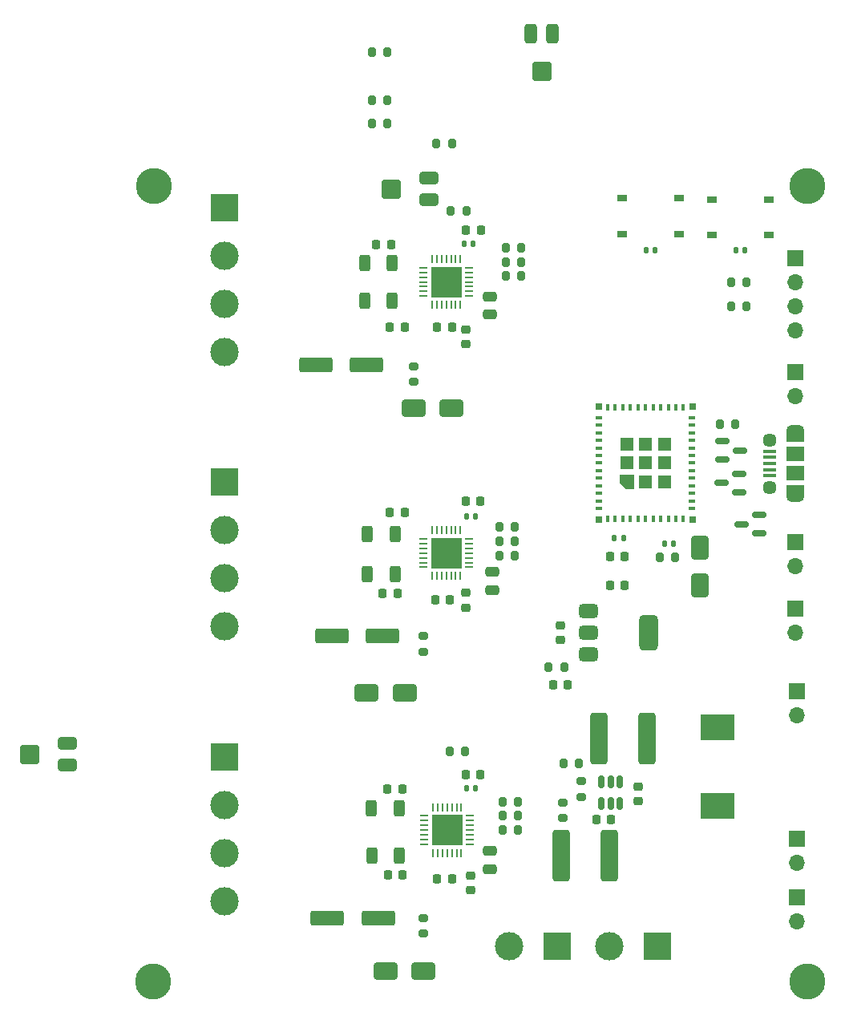
<source format=gbr>
%TF.GenerationSoftware,KiCad,Pcbnew,9.0.0*%
%TF.CreationDate,2025-05-08T17:49:57-07:00*%
%TF.ProjectId,Motor_Controller_Board_v1,4d6f746f-725f-4436-9f6e-74726f6c6c65,v1*%
%TF.SameCoordinates,Original*%
%TF.FileFunction,Soldermask,Top*%
%TF.FilePolarity,Negative*%
%FSLAX46Y46*%
G04 Gerber Fmt 4.6, Leading zero omitted, Abs format (unit mm)*
G04 Created by KiCad (PCBNEW 9.0.0) date 2025-05-08 17:49:57*
%MOMM*%
%LPD*%
G01*
G04 APERTURE LIST*
G04 Aperture macros list*
%AMRoundRect*
0 Rectangle with rounded corners*
0 $1 Rounding radius*
0 $2 $3 $4 $5 $6 $7 $8 $9 X,Y pos of 4 corners*
0 Add a 4 corners polygon primitive as box body*
4,1,4,$2,$3,$4,$5,$6,$7,$8,$9,$2,$3,0*
0 Add four circle primitives for the rounded corners*
1,1,$1+$1,$2,$3*
1,1,$1+$1,$4,$5*
1,1,$1+$1,$6,$7*
1,1,$1+$1,$8,$9*
0 Add four rect primitives between the rounded corners*
20,1,$1+$1,$2,$3,$4,$5,0*
20,1,$1+$1,$4,$5,$6,$7,0*
20,1,$1+$1,$6,$7,$8,$9,0*
20,1,$1+$1,$8,$9,$2,$3,0*%
%AMFreePoly0*
4,1,6,0.725000,-0.725000,-0.725000,-0.725000,-0.725000,0.125000,-0.125000,0.725000,0.725000,0.725000,0.725000,-0.725000,0.725000,-0.725000,$1*%
G04 Aperture macros list end*
%ADD10RoundRect,0.225000X-0.225000X-0.250000X0.225000X-0.250000X0.225000X0.250000X-0.225000X0.250000X0*%
%ADD11RoundRect,0.200000X-0.200000X-0.275000X0.200000X-0.275000X0.200000X0.275000X-0.200000X0.275000X0*%
%ADD12RoundRect,0.250000X-0.400000X-0.750000X0.400000X-0.750000X0.400000X0.750000X-0.400000X0.750000X0*%
%ADD13RoundRect,0.250000X-0.750000X-0.750000X0.750000X-0.750000X0.750000X0.750000X-0.750000X0.750000X0*%
%ADD14RoundRect,0.250000X-0.750000X0.400000X-0.750000X-0.400000X0.750000X-0.400000X0.750000X0.400000X0*%
%ADD15RoundRect,0.250000X-0.750000X0.750000X-0.750000X-0.750000X0.750000X-0.750000X0.750000X0.750000X0*%
%ADD16RoundRect,0.140000X0.140000X0.170000X-0.140000X0.170000X-0.140000X-0.170000X0.140000X-0.170000X0*%
%ADD17RoundRect,0.225000X-0.250000X0.225000X-0.250000X-0.225000X0.250000X-0.225000X0.250000X0.225000X0*%
%ADD18RoundRect,0.250000X-0.475000X0.250000X-0.475000X-0.250000X0.475000X-0.250000X0.475000X0.250000X0*%
%ADD19RoundRect,0.250000X1.500000X0.550000X-1.500000X0.550000X-1.500000X-0.550000X1.500000X-0.550000X0*%
%ADD20RoundRect,0.150000X0.587500X0.150000X-0.587500X0.150000X-0.587500X-0.150000X0.587500X-0.150000X0*%
%ADD21RoundRect,0.150000X-0.587500X-0.150000X0.587500X-0.150000X0.587500X0.150000X-0.587500X0.150000X0*%
%ADD22RoundRect,0.200000X-0.275000X0.200000X-0.275000X-0.200000X0.275000X-0.200000X0.275000X0.200000X0*%
%ADD23RoundRect,0.200000X0.200000X0.275000X-0.200000X0.275000X-0.200000X-0.275000X0.200000X-0.275000X0*%
%ADD24RoundRect,0.250000X0.312500X0.625000X-0.312500X0.625000X-0.312500X-0.625000X0.312500X-0.625000X0*%
%ADD25R,0.400000X0.800000*%
%ADD26R,0.800000X0.400000*%
%ADD27FreePoly0,90.000000*%
%ADD28R,1.450000X1.450000*%
%ADD29R,0.700000X0.700000*%
%ADD30RoundRect,0.062500X0.062500X-0.387500X0.062500X0.387500X-0.062500X0.387500X-0.062500X-0.387500X0*%
%ADD31RoundRect,0.062500X0.387500X-0.062500X0.387500X0.062500X-0.387500X0.062500X-0.387500X-0.062500X0*%
%ADD32R,3.250000X3.250000*%
%ADD33R,1.000000X0.750000*%
%ADD34RoundRect,0.225000X0.225000X0.250000X-0.225000X0.250000X-0.225000X-0.250000X0.225000X-0.250000X0*%
%ADD35R,3.000000X3.000000*%
%ADD36C,3.000000*%
%ADD37RoundRect,0.250000X0.650000X-1.000000X0.650000X1.000000X-0.650000X1.000000X-0.650000X-1.000000X0*%
%ADD38RoundRect,0.225000X0.250000X-0.225000X0.250000X0.225000X-0.250000X0.225000X-0.250000X-0.225000X0*%
%ADD39R,1.700000X1.700000*%
%ADD40O,1.700000X1.700000*%
%ADD41C,3.800000*%
%ADD42RoundRect,0.250000X0.650000X2.450000X-0.650000X2.450000X-0.650000X-2.450000X0.650000X-2.450000X0*%
%ADD43RoundRect,0.218750X0.218750X0.256250X-0.218750X0.256250X-0.218750X-0.256250X0.218750X-0.256250X0*%
%ADD44RoundRect,0.140000X-0.140000X-0.170000X0.140000X-0.170000X0.140000X0.170000X-0.140000X0.170000X0*%
%ADD45RoundRect,0.250000X1.000000X0.650000X-1.000000X0.650000X-1.000000X-0.650000X1.000000X-0.650000X0*%
%ADD46RoundRect,0.200000X0.275000X-0.200000X0.275000X0.200000X-0.275000X0.200000X-0.275000X-0.200000X0*%
%ADD47R,3.600000X2.700000*%
%ADD48R,1.350000X0.400000*%
%ADD49O,1.900000X1.200000*%
%ADD50R,1.900000X1.200000*%
%ADD51C,1.450000*%
%ADD52R,1.900000X1.500000*%
%ADD53RoundRect,0.375000X-0.625000X-0.375000X0.625000X-0.375000X0.625000X0.375000X-0.625000X0.375000X0*%
%ADD54RoundRect,0.500000X-0.500000X-1.400000X0.500000X-1.400000X0.500000X1.400000X-0.500000X1.400000X0*%
%ADD55RoundRect,0.150000X-0.150000X0.512500X-0.150000X-0.512500X0.150000X-0.512500X0.150000X0.512500X0*%
%ADD56RoundRect,0.250000X-1.000000X-0.650000X1.000000X-0.650000X1.000000X0.650000X-1.000000X0.650000X0*%
G04 APERTURE END LIST*
D10*
%TO.C,C424*%
X147775000Y-114200000D03*
X146225000Y-114200000D03*
%TD*%
D11*
%TO.C,R412*%
X146350000Y-66000000D03*
X148000000Y-66000000D03*
%TD*%
%TO.C,R407*%
X147750000Y-130200000D03*
X149400000Y-130200000D03*
%TD*%
D12*
%TO.C,RV403*%
X156325000Y-54400000D03*
D13*
X157475000Y-58400000D03*
D12*
X158625000Y-54400000D03*
%TD*%
D14*
%TO.C,RV402*%
X107400000Y-129350000D03*
D15*
X103400000Y-130500000D03*
D14*
X107400000Y-131650000D03*
%TD*%
%TO.C,RV401*%
X145600000Y-69650000D03*
D15*
X141600000Y-70800000D03*
D14*
X145600000Y-71950000D03*
%TD*%
D11*
%TO.C,R424*%
X139520000Y-63920000D03*
X141170000Y-63920000D03*
%TD*%
%TO.C,R419*%
X139520000Y-61410000D03*
X141170000Y-61410000D03*
%TD*%
%TO.C,R409*%
X139520000Y-56390000D03*
X141170000Y-56390000D03*
%TD*%
D16*
%TO.C,C409*%
X150480000Y-134100000D03*
X149520000Y-134100000D03*
%TD*%
D10*
%TO.C,C410*%
X149450000Y-132620000D03*
X151000000Y-132620000D03*
%TD*%
D17*
%TO.C,C403*%
X149500000Y-85620000D03*
X149500000Y-87170000D03*
%TD*%
%TO.C,C411*%
X150000000Y-143325000D03*
X150000000Y-144875000D03*
%TD*%
D18*
%TO.C,C404*%
X152000000Y-82170000D03*
X152000000Y-84070000D03*
%TD*%
D10*
%TO.C,C405*%
X141450000Y-85370000D03*
X143000000Y-85370000D03*
%TD*%
%TO.C,C406*%
X140005000Y-76680000D03*
X141555000Y-76680000D03*
%TD*%
D19*
%TO.C,C407*%
X139000000Y-89370000D03*
X133600000Y-89370000D03*
%TD*%
D18*
%TO.C,C412*%
X152000000Y-140720000D03*
X152000000Y-142620000D03*
%TD*%
D10*
%TO.C,C408*%
X146450000Y-85370000D03*
X148000000Y-85370000D03*
%TD*%
D20*
%TO.C,D301*%
X178325000Y-102800000D03*
X178325000Y-100900000D03*
X176450000Y-101850000D03*
%TD*%
D21*
%TO.C,D302*%
X176575000Y-97450000D03*
X176575000Y-99350000D03*
X178450000Y-98400000D03*
%TD*%
D20*
%TO.C,D304*%
X180450000Y-107150000D03*
X180450000Y-105250000D03*
X178575000Y-106200000D03*
%TD*%
D11*
%TO.C,R401*%
X147865000Y-73090000D03*
X149515000Y-73090000D03*
%TD*%
D22*
%TO.C,R402*%
X144000000Y-89545000D03*
X144000000Y-91195000D03*
%TD*%
D23*
%TO.C,R403*%
X155325000Y-78500000D03*
X153675000Y-78500000D03*
%TD*%
D22*
%TO.C,R410*%
X145000000Y-147795000D03*
X145000000Y-149445000D03*
%TD*%
D23*
%TO.C,R411*%
X155000000Y-137000000D03*
X153350000Y-137000000D03*
%TD*%
D24*
%TO.C,R404*%
X141712500Y-78620000D03*
X138787500Y-78620000D03*
%TD*%
%TO.C,R405*%
X141712500Y-82620000D03*
X138787500Y-82620000D03*
%TD*%
D23*
%TO.C,R406*%
X155325000Y-79980000D03*
X153675000Y-79980000D03*
%TD*%
D24*
%TO.C,R413*%
X142437500Y-136200000D03*
X139512500Y-136200000D03*
%TD*%
D23*
%TO.C,R408*%
X155325000Y-77000000D03*
X153675000Y-77000000D03*
%TD*%
D22*
%TO.C,R417*%
X145000000Y-118000000D03*
X145000000Y-119650000D03*
%TD*%
D23*
%TO.C,R418*%
X154650000Y-108000000D03*
X153000000Y-108000000D03*
%TD*%
D24*
%TO.C,R420*%
X142000000Y-107210000D03*
X139075000Y-107210000D03*
%TD*%
%TO.C,R421*%
X142000000Y-111500000D03*
X139075000Y-111500000D03*
%TD*%
D23*
%TO.C,R422*%
X154650000Y-109500000D03*
X153000000Y-109500000D03*
%TD*%
%TO.C,R423*%
X154650000Y-106500000D03*
X153000000Y-106500000D03*
%TD*%
D25*
%TO.C,U301*%
X164450000Y-105650000D03*
X165250000Y-105650000D03*
X166050000Y-105650000D03*
X166850000Y-105650000D03*
X167650000Y-105650000D03*
X168450000Y-105650000D03*
X169250000Y-105650000D03*
X170050000Y-105650000D03*
X170850000Y-105650000D03*
X171650000Y-105650000D03*
X172450000Y-105650000D03*
D26*
X173350000Y-104550000D03*
X173350000Y-103750000D03*
X173350000Y-102950000D03*
X173350000Y-102150000D03*
X173350000Y-101350000D03*
X173350000Y-100550000D03*
X173350000Y-99750000D03*
X173350000Y-98950000D03*
X173350000Y-98150000D03*
X173350000Y-97350000D03*
X173350000Y-96550000D03*
X173350000Y-95750000D03*
X173350000Y-94950000D03*
D25*
X172450000Y-93850000D03*
X171650000Y-93850000D03*
X170850000Y-93850000D03*
X170050000Y-93850000D03*
X169250000Y-93850000D03*
X168450000Y-93850000D03*
X167650000Y-93850000D03*
X166850000Y-93850000D03*
X166050000Y-93850000D03*
X165250000Y-93850000D03*
X164450000Y-93850000D03*
D26*
X163550000Y-94950000D03*
X163550000Y-95750000D03*
X163550000Y-96550000D03*
X163550000Y-97350000D03*
X163550000Y-98150000D03*
X163550000Y-98950000D03*
X163550000Y-99750000D03*
X163550000Y-100550000D03*
X163550000Y-101350000D03*
X163550000Y-102150000D03*
X163550000Y-102950000D03*
X163550000Y-103750000D03*
X163550000Y-104550000D03*
D27*
X166475000Y-101725000D03*
D28*
X168450000Y-101725000D03*
X170425000Y-101725000D03*
X166475000Y-99750000D03*
X168450000Y-99750000D03*
X170425000Y-99750000D03*
X166475000Y-97775000D03*
X168450000Y-97775000D03*
X170425000Y-97775000D03*
D29*
X163500000Y-93800000D03*
X173400000Y-93800000D03*
X173400000Y-105700000D03*
X163500000Y-105700000D03*
%TD*%
D30*
%TO.C,U401*%
X145900000Y-83020000D03*
X146400000Y-83020000D03*
X146900000Y-83020000D03*
X147400000Y-83020000D03*
X147900000Y-83020000D03*
X148400000Y-83020000D03*
X148900000Y-83020000D03*
D31*
X149800000Y-82120000D03*
X149800000Y-81620000D03*
X149800000Y-81120000D03*
X149800000Y-80620000D03*
X149800000Y-80120000D03*
X149800000Y-79620000D03*
X149800000Y-79120000D03*
D30*
X148900000Y-78220000D03*
X148400000Y-78220000D03*
X147900000Y-78220000D03*
X147400000Y-78220000D03*
X146900000Y-78220000D03*
X146400000Y-78220000D03*
X145900000Y-78220000D03*
D31*
X145000000Y-79120000D03*
X145000000Y-79620000D03*
X145000000Y-80120000D03*
X145000000Y-80620000D03*
X145000000Y-81120000D03*
X145000000Y-81620000D03*
X145000000Y-82120000D03*
D32*
X147400000Y-80620000D03*
%TD*%
D30*
%TO.C,U402*%
X146000000Y-140900000D03*
X146500000Y-140900000D03*
X147000000Y-140900000D03*
X147500000Y-140900000D03*
X148000000Y-140900000D03*
X148500000Y-140900000D03*
X149000000Y-140900000D03*
D31*
X149900000Y-140000000D03*
X149900000Y-139500000D03*
X149900000Y-139000000D03*
X149900000Y-138500000D03*
X149900000Y-138000000D03*
X149900000Y-137500000D03*
X149900000Y-137000000D03*
D30*
X149000000Y-136100000D03*
X148500000Y-136100000D03*
X148000000Y-136100000D03*
X147500000Y-136100000D03*
X147000000Y-136100000D03*
X146500000Y-136100000D03*
X146000000Y-136100000D03*
D31*
X145100000Y-137000000D03*
X145100000Y-137500000D03*
X145100000Y-138000000D03*
X145100000Y-138500000D03*
X145100000Y-139000000D03*
X145100000Y-139500000D03*
X145100000Y-140000000D03*
D32*
X147500000Y-138500000D03*
%TD*%
D30*
%TO.C,U403*%
X145900000Y-111650000D03*
X146400000Y-111650000D03*
X146900000Y-111650000D03*
X147400000Y-111650000D03*
X147900000Y-111650000D03*
X148400000Y-111650000D03*
X148900000Y-111650000D03*
D31*
X149800000Y-110750000D03*
X149800000Y-110250000D03*
X149800000Y-109750000D03*
X149800000Y-109250000D03*
X149800000Y-108750000D03*
X149800000Y-108250000D03*
X149800000Y-107750000D03*
D30*
X148900000Y-106850000D03*
X148400000Y-106850000D03*
X147900000Y-106850000D03*
X147400000Y-106850000D03*
X146900000Y-106850000D03*
X146400000Y-106850000D03*
X145900000Y-106850000D03*
D31*
X145000000Y-107750000D03*
X145000000Y-108250000D03*
X145000000Y-108750000D03*
X145000000Y-109250000D03*
X145000000Y-109750000D03*
X145000000Y-110250000D03*
X145000000Y-110750000D03*
D32*
X147400000Y-109250000D03*
%TD*%
D19*
%TO.C,C415*%
X140200000Y-147800000D03*
X134800000Y-147800000D03*
%TD*%
D33*
%TO.C,SW301*%
X166000000Y-71800000D03*
X172000000Y-71800000D03*
X166000000Y-75550000D03*
X172000000Y-75550000D03*
%TD*%
D34*
%TO.C,C206*%
X166225000Y-112650000D03*
X164675000Y-112650000D03*
%TD*%
D35*
%TO.C,J401*%
X124000000Y-72750000D03*
D36*
X124000000Y-77830000D03*
X124000000Y-82910000D03*
X124000000Y-87990000D03*
%TD*%
D37*
%TO.C,D303*%
X174200000Y-112650000D03*
X174200000Y-108650000D03*
%TD*%
D38*
%TO.C,C205*%
X159450000Y-118425000D03*
X159450000Y-116875000D03*
%TD*%
D39*
%TO.C,J301*%
X184275000Y-78080000D03*
D40*
X184275000Y-80620000D03*
X184275000Y-83160000D03*
X184275000Y-85700000D03*
%TD*%
D41*
%TO.C,H201*%
X116500000Y-70500000D03*
%TD*%
%TO.C,H204*%
X116420000Y-154500000D03*
%TD*%
D16*
%TO.C,C417*%
X150480000Y-105400000D03*
X149520000Y-105400000D03*
%TD*%
D41*
%TO.C,H203*%
X185500000Y-154500000D03*
%TD*%
D35*
%TO.C,J403*%
X124000000Y-101750000D03*
D36*
X124000000Y-106830000D03*
X124000000Y-111910000D03*
X124000000Y-116990000D03*
%TD*%
D39*
%TO.C,J304*%
X184275000Y-108120000D03*
D40*
X184275000Y-110660000D03*
%TD*%
D39*
%TO.C,J206*%
X184400000Y-139400000D03*
D40*
X184400000Y-141940000D03*
%TD*%
D16*
%TO.C,C401*%
X150230000Y-76620000D03*
X149270000Y-76620000D03*
%TD*%
D11*
%TO.C,R203*%
X159775000Y-131500000D03*
X161425000Y-131500000D03*
%TD*%
%TO.C,R201*%
X158210000Y-121300000D03*
X159860000Y-121300000D03*
%TD*%
D42*
%TO.C,C204*%
X168600000Y-128800000D03*
X163500000Y-128800000D03*
%TD*%
D43*
%TO.C,D201*%
X160237500Y-123150000D03*
X158662500Y-123150000D03*
%TD*%
D11*
%TO.C,R302*%
X177450000Y-80650000D03*
X179100000Y-80650000D03*
%TD*%
D39*
%TO.C,J305*%
X184275000Y-115120000D03*
D40*
X184275000Y-117660000D03*
%TD*%
D44*
%TO.C,C304*%
X170450000Y-108228000D03*
X171410000Y-108228000D03*
%TD*%
D39*
%TO.C,J303*%
X184275000Y-90160000D03*
D40*
X184275000Y-92700000D03*
%TD*%
D44*
%TO.C,C301*%
X165145000Y-107640000D03*
X166105000Y-107640000D03*
%TD*%
D42*
%TO.C,C202*%
X164600000Y-141200000D03*
X159500000Y-141200000D03*
%TD*%
D45*
%TO.C,D403*%
X143000000Y-124000000D03*
X139000000Y-124000000D03*
%TD*%
D10*
%TO.C,C421*%
X140690000Y-113500000D03*
X142240000Y-113500000D03*
%TD*%
D46*
%TO.C,R202*%
X159750000Y-137250000D03*
X159750000Y-135600000D03*
%TD*%
D39*
%TO.C,J207*%
X184400000Y-145625000D03*
D40*
X184400000Y-148165000D03*
%TD*%
D11*
%TO.C,R303*%
X177450000Y-83160000D03*
X179100000Y-83160000D03*
%TD*%
D35*
%TO.C,J203*%
X159140000Y-150800000D03*
D36*
X154060000Y-150800000D03*
%TD*%
D47*
%TO.C,L201*%
X176050000Y-135950000D03*
X176050000Y-127650000D03*
%TD*%
D48*
%TO.C,J302*%
X181575000Y-101100000D03*
X181575000Y-100450000D03*
X181575000Y-99800000D03*
X181575000Y-99150000D03*
X181575000Y-98500000D03*
D49*
X184275000Y-103300000D03*
D50*
X184275000Y-102700000D03*
D51*
X181575000Y-102300000D03*
D52*
X184275000Y-100800000D03*
X184275000Y-98800000D03*
D51*
X181575000Y-97300000D03*
D50*
X184275000Y-96900000D03*
D49*
X184275000Y-96300000D03*
%TD*%
D17*
%TO.C,C419*%
X149500000Y-113450000D03*
X149500000Y-115000000D03*
%TD*%
D45*
%TO.C,D402*%
X145000000Y-153400000D03*
X141000000Y-153400000D03*
%TD*%
D10*
%TO.C,C422*%
X141450000Y-105000000D03*
X143000000Y-105000000D03*
%TD*%
D53*
%TO.C,U202*%
X162450000Y-115350000D03*
X162450000Y-117650000D03*
D54*
X168750000Y-117650000D03*
D53*
X162450000Y-119950000D03*
%TD*%
D55*
%TO.C,U201*%
X165700000Y-133375000D03*
X164750000Y-133375000D03*
X163800000Y-133375000D03*
X163800000Y-135650000D03*
X164750000Y-135650000D03*
X165700000Y-135650000D03*
%TD*%
D44*
%TO.C,C305*%
X178000000Y-77300000D03*
X178960000Y-77300000D03*
%TD*%
D35*
%TO.C,J402*%
X124000000Y-130760000D03*
D36*
X124000000Y-135840000D03*
X124000000Y-140920000D03*
X124000000Y-146000000D03*
%TD*%
D10*
%TO.C,C416*%
X146450000Y-143620000D03*
X148000000Y-143620000D03*
%TD*%
D23*
%TO.C,R304*%
X177950000Y-95650000D03*
X176300000Y-95650000D03*
%TD*%
D38*
%TO.C,C201*%
X167700000Y-135425000D03*
X167700000Y-133875000D03*
%TD*%
D34*
%TO.C,C302*%
X166225000Y-109650000D03*
X164675000Y-109650000D03*
%TD*%
D44*
%TO.C,C303*%
X168500000Y-77300000D03*
X169460000Y-77300000D03*
%TD*%
D46*
%TO.C,R204*%
X161700000Y-134975000D03*
X161700000Y-133325000D03*
%TD*%
D41*
%TO.C,H202*%
X185500000Y-70500000D03*
%TD*%
D23*
%TO.C,R301*%
X171600000Y-109728000D03*
X169950000Y-109728000D03*
%TD*%
%TO.C,R416*%
X155000000Y-135500000D03*
X153350000Y-135500000D03*
%TD*%
D35*
%TO.C,J201*%
X169700000Y-150800000D03*
D36*
X164620000Y-150800000D03*
%TD*%
D33*
%TO.C,SW302*%
X175500000Y-71925000D03*
X181500000Y-71925000D03*
X175500000Y-75675000D03*
X181500000Y-75675000D03*
%TD*%
D10*
%TO.C,C414*%
X141200000Y-134200000D03*
X142750000Y-134200000D03*
%TD*%
%TO.C,C203*%
X163275000Y-137400000D03*
X164825000Y-137400000D03*
%TD*%
%TO.C,C402*%
X149500000Y-75120000D03*
X151050000Y-75120000D03*
%TD*%
D56*
%TO.C,D401*%
X143975000Y-93950000D03*
X147975000Y-93950000D03*
%TD*%
D24*
%TO.C,R414*%
X142462500Y-141200000D03*
X139537500Y-141200000D03*
%TD*%
D23*
%TO.C,R415*%
X155000000Y-138500000D03*
X153350000Y-138500000D03*
%TD*%
D39*
%TO.C,J202*%
X184450000Y-123800000D03*
D40*
X184450000Y-126340000D03*
%TD*%
D10*
%TO.C,C418*%
X149450000Y-103750000D03*
X151000000Y-103750000D03*
%TD*%
D19*
%TO.C,C423*%
X140700000Y-118000000D03*
X135300000Y-118000000D03*
%TD*%
D10*
%TO.C,C413*%
X141225000Y-143200000D03*
X142775000Y-143200000D03*
%TD*%
D18*
%TO.C,C420*%
X152250000Y-111250000D03*
X152250000Y-113150000D03*
%TD*%
M02*

</source>
